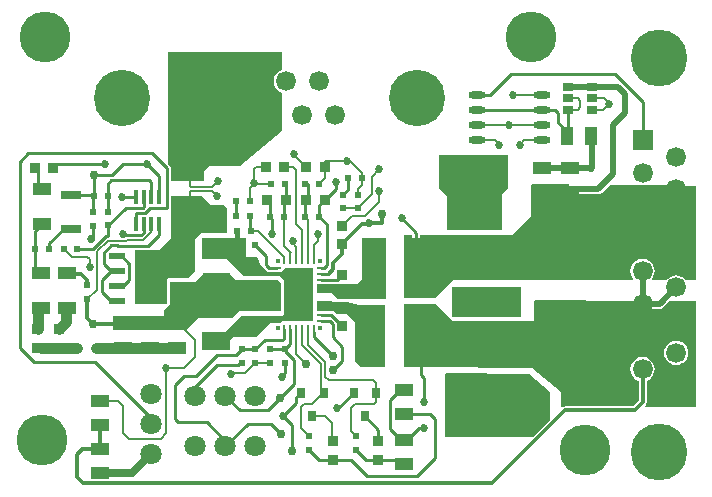
<source format=gtl>
G04*
G04 #@! TF.GenerationSoftware,Altium Limited,Altium Designer,19.0.10 (269)*
G04*
G04 Layer_Physical_Order=1*
G04 Layer_Color=255*
%FSLAX25Y25*%
%MOIN*%
G70*
G01*
G75*
%ADD12C,0.01000*%
%ADD14C,0.00800*%
%ADD17R,0.06000X0.04000*%
%ADD18R,0.03543X0.03150*%
%ADD19R,0.08000X0.06000*%
%ADD20O,0.05709X0.02362*%
%ADD21R,0.04000X0.06000*%
%ADD22R,0.01600X0.04800*%
%ADD23C,0.03000*%
%ADD24R,0.05300X0.02000*%
%ADD25R,0.03347X0.03347*%
%ADD26R,0.03347X0.03347*%
%ADD27R,0.02165X0.02165*%
%ADD28R,0.02165X0.02165*%
%ADD29R,0.02756X0.00984*%
%ADD30R,0.01476X0.01476*%
%ADD31R,0.00984X0.02756*%
%ADD32R,0.04331X0.05236*%
%ADD33R,0.07795X0.19843*%
%ADD34R,0.03740X0.03543*%
%ADD35R,0.03150X0.03543*%
%ADD36R,0.07087X0.02756*%
%ADD37R,0.05906X0.04331*%
%ADD38R,0.03543X0.03740*%
%ADD68C,0.02000*%
%ADD69C,0.01200*%
%ADD70C,0.02500*%
%ADD71C,0.01500*%
%ADD72C,0.03500*%
%ADD73C,0.16929*%
%ADD74C,0.06653*%
%ADD75R,0.06653X0.06653*%
%ADD76C,0.18740*%
%ADD77R,0.06653X0.06653*%
%ADD78C,0.06653*%
%ADD79C,0.18898*%
%ADD80C,0.07087*%
%ADD81C,0.02700*%
G36*
X79151Y141008D02*
X78422Y140706D01*
X77581Y140061D01*
X76935Y139220D01*
X76530Y138240D01*
X76391Y137189D01*
X76530Y136138D01*
X76935Y135158D01*
X77581Y134317D01*
X78422Y133672D01*
X79151Y133370D01*
Y120500D01*
X65028Y109000D01*
X54921D01*
X53142Y107221D01*
Y104042D01*
X49622D01*
Y107000D01*
X49536Y107429D01*
X49293Y107793D01*
X48929Y108036D01*
X48500Y108122D01*
X48071Y108036D01*
X47707Y107793D01*
X47464Y107429D01*
X47378Y107000D01*
Y104042D01*
X42099D01*
X42072Y104070D01*
Y108221D01*
X41979Y108689D01*
X41714Y109086D01*
X41142Y109658D01*
Y147000D01*
X79151D01*
Y141008D01*
D02*
G37*
G36*
X55509Y96000D02*
X59896D01*
X60881Y95014D01*
Y87973D01*
X60881Y86522D01*
X52044Y86522D01*
X50000Y84478D01*
X50000Y73784D01*
X47716Y71500D01*
X41162D01*
X40748Y71085D01*
Y63085D01*
X30000Y63085D01*
X30000Y80822D01*
X38132D01*
X41979Y84669D01*
Y94454D01*
X42072Y94922D01*
Y99000D01*
X47378Y99000D01*
Y96000D01*
X47464Y95571D01*
X47707Y95207D01*
X48071Y94964D01*
X48500Y94878D01*
X48929Y94964D01*
X49293Y95207D01*
X49536Y95571D01*
X49622Y96000D01*
Y99000D01*
X52509Y99000D01*
X55509Y96000D01*
D02*
G37*
G36*
X154618Y112590D02*
X154624Y112588D01*
Y101571D01*
X152500Y99447D01*
Y87854D01*
X152146Y87501D01*
X134101Y87563D01*
Y99147D01*
X131500Y101748D01*
Y112590D01*
X154618D01*
D02*
G37*
G36*
X174661Y102987D02*
X174766Y102831D01*
X174851Y102484D01*
X174042Y101676D01*
X173666Y101113D01*
X173534Y100450D01*
X173666Y99787D01*
X174042Y99224D01*
X174604Y98849D01*
X175268Y98717D01*
X175931Y98849D01*
X176493Y99224D01*
X176884Y99615D01*
X184430D01*
X185094Y99747D01*
X185656Y100122D01*
X188344Y102811D01*
X198799Y102676D01*
X199319Y102608D01*
X199746Y102664D01*
X217000Y102442D01*
X217000Y70897D01*
X213737D01*
X213372Y71372D01*
X212531Y72017D01*
X211551Y72423D01*
X210500Y72562D01*
X209449Y72423D01*
X208469Y72017D01*
X207628Y71372D01*
X207263Y70897D01*
X202680D01*
X202433Y71397D01*
X202836Y71922D01*
X203242Y72901D01*
X203380Y73953D01*
X203242Y75004D01*
X202836Y75984D01*
X202191Y76825D01*
X201350Y77470D01*
X200370Y77876D01*
X199319Y78014D01*
X198268Y77876D01*
X197288Y77470D01*
X196447Y76825D01*
X195801Y75984D01*
X195396Y75004D01*
X195257Y73953D01*
X195396Y72901D01*
X195801Y71922D01*
X196204Y71397D01*
X195958Y70897D01*
X187008D01*
X136024Y70897D01*
X130244Y65117D01*
X119748D01*
Y86000D01*
X122524D01*
Y75147D01*
X122617Y74679D01*
X122882Y74282D01*
X123279Y74016D01*
X123748Y73923D01*
X124216Y74016D01*
X124613Y74282D01*
X124878Y74679D01*
X124971Y75147D01*
Y86000D01*
X155758D01*
X162209Y92451D01*
Y102791D01*
X162565Y103142D01*
X174661Y102987D01*
D02*
G37*
G36*
X113748Y64647D02*
X97586D01*
X95637Y66596D01*
X90840D01*
Y69647D01*
X104248D01*
X105748Y71147D01*
Y85147D01*
X113748D01*
Y64647D01*
D02*
G37*
G36*
X67000Y84820D02*
X67000Y78647D01*
X70686Y78647D01*
X72236Y75659D01*
X74376Y73507D01*
X79159Y73500D01*
X80278Y75005D01*
X89490Y75005D01*
Y57289D01*
X79151D01*
X78509Y56647D01*
X75009D01*
X70509Y52147D01*
X63035D01*
X60509Y49621D01*
Y47647D01*
X52509D01*
Y53647D01*
X60509D01*
X65585Y59147D01*
X79247Y59147D01*
X79885Y59785D01*
X79885Y70771D01*
X78486Y72171D01*
X66486Y72171D01*
X60509Y78147D01*
X52509D01*
X52509Y84820D01*
X67000Y84820D01*
D02*
G37*
G36*
X158748Y58718D02*
X135873Y58718D01*
Y68647D01*
X158748D01*
X158748Y58718D01*
D02*
G37*
G36*
X197586Y64111D02*
Y63047D01*
X197717Y62384D01*
X198093Y61822D01*
X198656Y61446D01*
X199319Y61314D01*
X205047D01*
X205711Y61446D01*
X206273Y61822D01*
X208539Y64087D01*
X217000Y64069D01*
X217000Y28651D01*
X200397D01*
X200206Y29112D01*
X200307Y29214D01*
X200595Y29644D01*
X200695Y30151D01*
Y37448D01*
X201350Y37719D01*
X202191Y38364D01*
X202836Y39206D01*
X203242Y40185D01*
X203380Y41236D01*
X203242Y42287D01*
X202836Y43267D01*
X202191Y44108D01*
X201350Y44754D01*
X200370Y45159D01*
X199319Y45298D01*
X198268Y45159D01*
X197288Y44754D01*
X196447Y44108D01*
X195801Y43267D01*
X195396Y42287D01*
X195257Y41236D01*
X195396Y40185D01*
X195801Y39206D01*
X196447Y38364D01*
X197288Y37719D01*
X198045Y37405D01*
Y30700D01*
X196170Y28826D01*
X173500D01*
X172993Y28725D01*
X172882Y28651D01*
X172000D01*
Y33500D01*
X162500Y41500D01*
X126724Y41918D01*
Y50394D01*
X126630Y50863D01*
X126365Y51260D01*
X124613Y53012D01*
X124216Y53277D01*
X123748Y53370D01*
X123279Y53277D01*
X122882Y53012D01*
X122617Y52615D01*
X122524Y52147D01*
X122617Y51679D01*
X122882Y51282D01*
X124276Y49888D01*
Y42303D01*
X123921Y41951D01*
X119748Y42000D01*
Y62981D01*
X130244D01*
X136024Y57200D01*
X163000D01*
X163000Y63830D01*
X163354Y64183D01*
X197586Y64111D01*
D02*
G37*
G36*
X63498Y71311D02*
Y70897D01*
X77689Y70897D01*
X78764Y69822D01*
X78748Y60647D01*
X64748D01*
X62486Y58385D01*
X51311D01*
X47248Y54322D01*
X22748D01*
Y58822D01*
X39748D01*
Y60822D01*
X41748Y62822D01*
Y70159D01*
X50248D01*
X52748Y72659D01*
Y73322D01*
X61487D01*
X63498Y71311D01*
D02*
G37*
G36*
X96023Y63578D02*
X100840D01*
X104781Y62593D01*
X108840Y62578D01*
X113340D01*
X113340Y42078D01*
X105340D01*
X103340Y44078D01*
X103340Y57054D01*
X100679Y59716D01*
X97179D01*
X96316Y60578D01*
X90840D01*
Y64078D01*
X95523D01*
X96023Y63578D01*
D02*
G37*
G36*
X161516Y39706D02*
X168500Y33544D01*
X168500Y24374D01*
X162626Y18500D01*
X133500D01*
Y39645D01*
X133855Y39996D01*
X161516Y39706D01*
D02*
G37*
%LPC*%
G36*
X210500Y50750D02*
X209449Y50612D01*
X208469Y50206D01*
X207628Y49561D01*
X206983Y48720D01*
X206577Y47740D01*
X206438Y46689D01*
X206577Y45638D01*
X206983Y44658D01*
X207628Y43817D01*
X208469Y43172D01*
X209449Y42766D01*
X210500Y42628D01*
X211551Y42766D01*
X212531Y43172D01*
X213372Y43817D01*
X214017Y44658D01*
X214423Y45638D01*
X214562Y46689D01*
X214423Y47740D01*
X214017Y48720D01*
X213372Y49561D01*
X212531Y50206D01*
X211551Y50612D01*
X210500Y50750D01*
D02*
G37*
%LPD*%
D12*
X44623Y23500D02*
X54000D01*
X43500Y24623D02*
X44623Y23500D01*
X43500Y24623D02*
Y36000D01*
X16248Y84395D02*
Y89053D01*
X35503Y22873D02*
Y24950D01*
X16830Y43623D02*
X35503Y24950D01*
X-3554Y43623D02*
X16830D01*
X144272Y127500D02*
X165728D01*
X155500Y139500D02*
X190111D01*
X148500Y132500D02*
X155500Y139500D01*
X144272Y132500D02*
X148500D01*
X190111Y139500D02*
X199370Y130241D01*
Y116079D02*
Y130241D01*
X171000Y123500D02*
X173437Y121063D01*
Y119831D02*
Y121063D01*
Y119831D02*
X174268Y119000D01*
X171000Y123500D02*
Y126500D01*
X165728Y127500D02*
X170000D01*
X171000Y126500D01*
X174268Y119000D02*
X174563Y119295D01*
Y127760D01*
X64348Y42500D02*
X65471Y43623D01*
X25754Y48453D02*
X26248Y47959D01*
X10702Y48408D02*
X10748Y48453D01*
X35748Y113322D02*
X40849Y108221D01*
Y94922D02*
Y108221D01*
X35115Y94922D02*
X40849D01*
X22248Y104322D02*
X34748D01*
X35527Y103542D01*
X125500Y39207D02*
X126500Y38207D01*
Y30219D02*
Y38207D01*
X125500Y39207D02*
Y50394D01*
X123748Y52147D02*
X125500Y50394D01*
X19748Y79956D02*
X22282Y82490D01*
X19748Y76459D02*
Y79956D01*
X16095Y81405D02*
X20381Y85690D01*
X16095Y81405D02*
Y81459D01*
X10930D02*
X16095D01*
X22282Y82490D02*
X24110D01*
X15500Y84500D02*
X16142D01*
X16248Y84395D01*
X21150Y85690D02*
X21248Y85788D01*
X20381Y85690D02*
X21150D01*
X21248Y85788D02*
Y89159D01*
X24322Y82278D02*
X34522D01*
X24110Y82490D02*
X24322Y82278D01*
X34522D02*
X38086Y85842D01*
X2799Y109648D02*
X19967D01*
X26486Y85842D02*
X32288D01*
X26000Y86328D02*
X26486Y85842D01*
X26148Y109648D02*
X34220D01*
X22522Y106022D02*
X26148Y109648D01*
X16448Y106022D02*
X22522D01*
X38086Y98710D02*
Y105781D01*
X34220Y109648D02*
X38086Y105781D01*
X124748Y21500D02*
X126500D01*
X120895Y17647D02*
X124748Y21500D01*
X119748Y17647D02*
X120895D01*
X83900Y29833D02*
Y31830D01*
X79567Y25500D02*
X83900Y29833D01*
X54000Y23500D02*
X60248Y17252D01*
X43500Y36000D02*
X46500Y39000D01*
X82500Y14000D02*
Y22567D01*
X79567Y25500D02*
X82500Y22567D01*
X83900Y31830D02*
X85507Y33437D01*
X80048Y103147D02*
X80299Y102896D01*
Y97647D02*
Y102896D01*
X74196Y97647D02*
X75048Y96796D01*
Y92147D02*
Y96796D01*
X111248Y17198D02*
Y21062D01*
X106747Y25563D02*
X111248Y21062D01*
X97921Y28352D02*
X103007Y33437D01*
X97500Y28352D02*
X97921D01*
X60248Y32147D02*
X60531D01*
X78574Y31647D02*
X83091Y36164D01*
X79151Y38500D02*
Y39110D01*
X80148Y40106D01*
Y43347D01*
X74427Y27500D02*
X78574Y31647D01*
X65178Y27500D02*
X74427D01*
X60531Y32147D02*
X65178Y27500D01*
X80148Y47209D02*
X83091Y44266D01*
X80148Y47209D02*
Y47947D01*
X83091Y36164D02*
Y44266D01*
X80148Y47947D02*
X80248D01*
X75248D02*
X80148D01*
X57533Y42500D02*
X64348D01*
X50248Y35215D02*
X57533Y42500D01*
X50248Y32322D02*
Y35215D01*
X57500Y46000D02*
X63801D01*
X50500Y39000D02*
X57500Y46000D01*
X46500Y39000D02*
X50500D01*
X60248Y15647D02*
Y17252D01*
X63801Y46000D02*
X65748Y47947D01*
X107748Y89647D02*
X108101Y90000D01*
X115000Y30899D02*
X117557Y33456D01*
X115000Y21395D02*
Y30899D01*
Y21395D02*
X118748Y17647D01*
X130123Y11507D02*
Y24691D01*
X128358Y26456D02*
X130123Y24691D01*
X119748Y26456D02*
X128358D01*
X124262Y5647D02*
X130123Y11507D01*
X99390Y99447D02*
X101200Y101257D01*
Y105000D01*
X119000Y91500D02*
X123748Y86752D01*
Y75147D02*
Y86752D01*
X93299Y97647D02*
X97000Y101348D01*
Y103500D01*
X1548Y83259D02*
X6330Y88042D01*
X1548Y81459D02*
Y83259D01*
X6330Y88042D02*
X8748D01*
X65471Y43623D02*
X65748Y43347D01*
X92287Y75005D02*
X93150D01*
X93968Y75823D01*
Y89726D01*
X91548Y92147D02*
X93968Y89726D01*
X35503Y20500D02*
Y22873D01*
X2799Y108403D02*
Y109648D01*
X32288Y85842D02*
X32968Y86522D01*
Y89710D01*
X-2095Y101364D02*
Y107194D01*
X-3304Y108403D02*
X-2095Y107194D01*
Y101364D02*
X-752D01*
X15936Y99459D02*
X16448Y98947D01*
X8748Y99459D02*
X15936D01*
X16448Y98947D02*
Y106022D01*
X35527Y98710D02*
Y103542D01*
X21048Y103122D02*
X22248Y104322D01*
X21048Y98947D02*
Y103122D01*
X-5389Y113322D02*
X35748D01*
X32968Y95179D02*
Y98710D01*
X32799Y95010D02*
X32968Y95179D01*
X27099Y95010D02*
X32799D01*
X30409Y93310D02*
X33503D01*
X35115Y94922D01*
X-8252Y48322D02*
X-3554Y43623D01*
X-8252Y110459D02*
X-5389Y113322D01*
X-8252Y48322D02*
Y110459D01*
X30409Y89710D02*
Y93310D01*
X21248Y89159D02*
X27099Y95010D01*
X107548Y5647D02*
X124262D01*
X102142Y11052D02*
X107548Y5647D01*
X96248Y11052D02*
X102142D01*
X75048Y92147D02*
X75748Y91447D01*
Y86328D02*
Y91447D01*
X26448Y98710D02*
X30409D01*
X35268Y98969D02*
X35527Y98710D01*
X16248Y98747D02*
X16448Y98947D01*
X16248Y93653D02*
Y98747D01*
X21048Y93959D02*
X21248Y93759D01*
X21048Y93959D02*
Y98947D01*
X81830Y80202D02*
X81854D01*
X79648Y92147D02*
X80148Y91647D01*
X38086Y85842D02*
Y89710D01*
X-3052Y81459D02*
Y87253D01*
X-752Y89553D01*
X-3052Y75164D02*
Y81459D01*
Y75164D02*
X-1252Y73364D01*
X-1304Y48459D02*
X-1252Y48408D01*
X79846Y92854D02*
Y97606D01*
X19748Y76459D02*
X22248Y73959D01*
X24098D01*
X19248Y70959D02*
X22248Y73959D01*
X19248Y66897D02*
Y70959D01*
Y66897D02*
X22186Y63959D01*
X24098D01*
Y78959D02*
X25748D01*
X28248Y76459D01*
Y70959D02*
Y76459D01*
X26248Y68959D02*
X28248Y70959D01*
X24098Y68959D02*
X26248D01*
X117557Y33456D02*
X118748D01*
X119748Y34456D01*
X118748Y17647D02*
X119748D01*
X68548Y87563D02*
Y92481D01*
X73748Y75910D02*
Y79030D01*
X70130Y82647D02*
X73748Y79030D01*
X118299Y11096D02*
X119748Y9647D01*
X111248Y11096D02*
X118299D01*
X91548Y92147D02*
Y95896D01*
X93299Y97647D01*
X92287Y73037D02*
X94688D01*
X97618Y71068D02*
X99248Y72698D01*
X92287Y71068D02*
X97618D01*
X95586Y59257D02*
X99248Y55596D01*
X92287Y59257D02*
X95586D01*
X92287Y57289D02*
X95110D01*
X96074Y56324D01*
Y53264D02*
Y56324D01*
X96287Y41147D02*
X99248Y44107D01*
Y48713D01*
X96112Y51849D02*
X99248Y48713D01*
X96112Y51849D02*
Y53226D01*
X96074Y53264D02*
X96112Y53226D01*
X89759Y51999D02*
Y53647D01*
Y51999D02*
X96112Y45647D01*
X111248Y17198D02*
X111622Y17572D01*
X95931Y17472D02*
X96248Y17155D01*
X91542Y11052D02*
X96248D01*
X88248Y14347D02*
X91542Y11052D01*
X106999Y11096D02*
X111248D01*
X103748Y14347D02*
X106999Y11096D01*
X63948Y92481D02*
Y97481D01*
X74652Y75005D02*
X77326D01*
X73748Y75910D02*
X74652Y75005D01*
X87448Y103147D02*
X87696Y102898D01*
Y97647D02*
Y102898D01*
X86948Y96898D02*
X87696Y97647D01*
X86948Y92147D02*
Y96898D01*
X80299Y102898D02*
X80548Y103147D01*
X80248Y47947D02*
X81854Y49553D01*
Y54729D01*
X79885Y51522D02*
Y54729D01*
X65748Y47947D02*
X70248D01*
X73448Y51147D01*
X79510D01*
X79885Y51522D01*
X75326Y23147D02*
X78826Y19647D01*
X67748Y23147D02*
X75326D01*
X60248Y15647D02*
X67748Y23147D01*
D14*
X40623Y19822D02*
Y41500D01*
X18500Y30500D02*
X24322D01*
X26000Y28822D01*
Y20046D02*
Y28822D01*
Y20046D02*
X28046Y18000D01*
X38801D01*
X40623Y19822D01*
X159921Y117500D02*
X165728D01*
X158500Y116079D02*
X159921Y117500D01*
X144272D02*
X150000D01*
X151500Y116000D01*
X48500Y100507D02*
X55943D01*
X57450Y99000D01*
X57500D01*
X55670Y102007D02*
X57662Y104000D01*
X48720Y102007D02*
X55670D01*
X48500Y102228D02*
X48720Y102007D01*
X48500Y96000D02*
Y100507D01*
Y102228D02*
Y107000D01*
X57500Y98500D02*
Y99000D01*
X156000Y132500D02*
X165728D01*
X144272Y122500D02*
X154750D01*
X165728D01*
X177740Y127760D02*
X178500Y128520D01*
X174563Y127760D02*
X177740D01*
X177632Y131500D02*
X178500Y130632D01*
Y128520D02*
Y130632D01*
X174563Y131500D02*
X177632D01*
X186457D02*
X188228Y129729D01*
X182437Y131500D02*
X186457D01*
X186258Y127760D02*
X188228Y129729D01*
X182437Y127760D02*
X186258D01*
X93299Y110500D02*
X100748D01*
X105748Y102581D02*
Y106499D01*
X68500Y101769D02*
X69877Y103147D01*
X93299Y108647D02*
Y110500D01*
X71008Y87481D02*
X79862Y78626D01*
X68630Y87481D02*
X71008D01*
X68500Y97647D02*
Y101769D01*
X27015Y83878D02*
X27379Y84242D01*
X24985Y83878D02*
X27015D01*
X24773Y84090D02*
X24985Y83878D01*
X21043Y84090D02*
X24773D01*
X17450Y67800D02*
Y80497D01*
X14248Y64597D02*
X17450Y67800D01*
Y80497D02*
X21043Y84090D01*
X27379Y84242D02*
X32951D01*
X35527Y86818D01*
Y89710D01*
X40623Y41500D02*
X46500D01*
X50248Y45248D01*
X104390Y101223D02*
X105748Y102581D01*
X104390Y99447D02*
Y101223D01*
X101747Y110500D02*
X105748Y106499D01*
X83822Y46178D02*
X87000Y43000D01*
X83822Y46178D02*
Y54729D01*
X95931Y17472D02*
Y23221D01*
X93589Y25563D02*
X95931Y23221D01*
X89248Y25563D02*
X93589D01*
X109768Y29500D02*
X110487Y30219D01*
X103311Y29500D02*
X109768D01*
X102000Y28189D02*
X103311Y29500D01*
X102000Y20695D02*
Y28189D01*
Y20695D02*
X103748Y18947D01*
X110487Y30219D02*
Y33437D01*
X85500Y21695D02*
X88248Y18947D01*
X85500Y21695D02*
Y28500D01*
X86500Y29500D01*
X88990D01*
X92927Y33437D01*
X92988D01*
X93487Y38702D02*
Y43660D01*
X87759Y49387D02*
X93487Y43660D01*
X87759Y49387D02*
Y54729D01*
X110487Y33437D02*
Y36513D01*
X109500Y37500D02*
X110487Y36513D01*
X94688Y37500D02*
X109500D01*
X93487Y38702D02*
X94688Y37500D01*
X91987Y34438D02*
Y43013D01*
X85791Y49209D02*
X91987Y43013D01*
Y34438D02*
X92988Y33437D01*
X85791Y49209D02*
Y54729D01*
X50248Y45248D02*
Y51000D01*
X44789Y56459D02*
X50248Y51000D01*
X44248Y56459D02*
X44789D01*
X66901Y40000D02*
X70248Y43347D01*
X63122Y40000D02*
X66901D01*
X62522Y39400D02*
X63122Y40000D01*
X70248Y43347D02*
X75248D01*
X109172Y105397D02*
X111622Y107847D01*
X109172Y99629D02*
Y105397D01*
X104390Y94847D02*
X109172Y99629D01*
X111622Y97122D02*
Y100507D01*
X106747Y92247D02*
X111622Y97122D01*
X102443Y92247D02*
X106747D01*
X100748Y110500D02*
X101747D01*
X99390Y94847D02*
X104390D01*
X99248Y89051D02*
X102443Y92247D01*
X15000Y75785D02*
Y77822D01*
X14175Y78647D02*
X15000Y77822D01*
X9142Y78647D02*
X14175D01*
X6330Y81459D02*
X9142Y78647D01*
X91528Y103147D02*
X93299Y104918D01*
Y108647D01*
X83248Y112596D02*
Y113147D01*
Y112596D02*
X87196Y108647D01*
X70548D02*
X73696D01*
X69748Y107847D02*
X70548Y108647D01*
X69748Y103277D02*
Y107847D01*
Y103277D02*
X69877Y103147D01*
X75448D01*
X83748Y89573D02*
Y107647D01*
X79799Y108647D02*
X82748D01*
X83748Y107647D01*
Y89573D02*
X85791Y87529D01*
Y77564D02*
Y87529D01*
X82748Y83178D02*
Y83912D01*
X82732Y83162D02*
X82748Y83178D01*
X91248Y84147D02*
Y86328D01*
X89728Y82627D02*
X91248Y84147D01*
X89728Y77564D02*
Y82627D01*
X86948Y92147D02*
X87759Y91335D01*
Y77564D02*
Y91335D01*
X82732Y83162D02*
X83822Y82072D01*
X79648Y82385D02*
X81830Y80202D01*
X81854Y77564D02*
Y80202D01*
X79648Y82385D02*
Y92147D01*
X83822Y77564D02*
Y82072D01*
D17*
X18500Y22500D02*
D03*
Y30500D02*
D03*
Y6500D02*
D03*
Y14500D02*
D03*
X175268Y108450D02*
D03*
Y100450D02*
D03*
X165768Y108450D02*
D03*
Y100450D02*
D03*
X67248Y62647D02*
D03*
Y54647D02*
D03*
Y76647D02*
D03*
Y68647D02*
D03*
X26248Y56459D02*
D03*
Y48459D02*
D03*
X35248D02*
D03*
Y56459D02*
D03*
X44248D02*
D03*
Y48459D02*
D03*
X119748Y17647D02*
D03*
Y9647D02*
D03*
Y34456D02*
D03*
Y26456D02*
D03*
D18*
X182437Y127760D02*
D03*
Y131500D02*
D03*
Y135240D02*
D03*
X174563D02*
D03*
Y131500D02*
D03*
Y127760D02*
D03*
D19*
X48500Y96000D02*
D03*
Y107000D02*
D03*
X57748Y61647D02*
D03*
Y50647D02*
D03*
Y70159D02*
D03*
Y81159D02*
D03*
X138248Y79647D02*
D03*
Y90647D02*
D03*
X148248Y79647D02*
D03*
Y90647D02*
D03*
X137748Y47647D02*
D03*
Y36647D02*
D03*
X147748Y47647D02*
D03*
Y36647D02*
D03*
D20*
X165728Y117500D02*
D03*
Y122500D02*
D03*
Y127500D02*
D03*
Y132500D02*
D03*
X144272Y117500D02*
D03*
Y122500D02*
D03*
Y127500D02*
D03*
Y132500D02*
D03*
D21*
X182268Y119000D02*
D03*
X174268D02*
D03*
D22*
X38086Y89710D02*
D03*
X35527D02*
D03*
X32968D02*
D03*
X30409D02*
D03*
Y98710D02*
D03*
X32968D02*
D03*
X35527D02*
D03*
X38086D02*
D03*
D23*
X156248Y63647D02*
D03*
Y54647D02*
D03*
Y72647D02*
D03*
X16448Y106022D02*
D03*
X16095Y56459D02*
D03*
X82500Y14000D02*
D03*
X112500Y92998D02*
D03*
X78826Y19647D02*
D03*
X96287Y41147D02*
D03*
X87000Y43000D02*
D03*
X96112Y45647D02*
D03*
X78574Y31647D02*
D03*
D24*
X24098Y78959D02*
D03*
Y73959D02*
D03*
Y68959D02*
D03*
Y63959D02*
D03*
X44398D02*
D03*
Y68959D02*
D03*
Y73959D02*
D03*
Y78959D02*
D03*
D25*
X99248Y82949D02*
D03*
Y89051D02*
D03*
Y72698D02*
D03*
Y66596D02*
D03*
Y55596D02*
D03*
Y61698D02*
D03*
X137748Y72698D02*
D03*
Y66596D02*
D03*
X147748Y72698D02*
D03*
Y66596D02*
D03*
X137748Y54596D02*
D03*
Y60698D02*
D03*
X147748Y54596D02*
D03*
Y60698D02*
D03*
D26*
X93299Y97647D02*
D03*
X87196D02*
D03*
X74196D02*
D03*
X80299D02*
D03*
X79799Y108647D02*
D03*
X73696D02*
D03*
X87196D02*
D03*
X93299D02*
D03*
D27*
X63948Y92481D02*
D03*
X68548D02*
D03*
X64030Y87481D02*
D03*
X68630D02*
D03*
X79648Y92147D02*
D03*
X75048D02*
D03*
X86948D02*
D03*
X91548D02*
D03*
X75448Y103147D02*
D03*
X80048D02*
D03*
X91528D02*
D03*
X86928D02*
D03*
X68448Y97481D02*
D03*
X63848D02*
D03*
X105800Y105000D02*
D03*
X101200D02*
D03*
X21048Y98947D02*
D03*
X16448D02*
D03*
X-3052Y81459D02*
D03*
X1548D02*
D03*
X6330D02*
D03*
X10930D02*
D03*
X65530Y82647D02*
D03*
X70130D02*
D03*
D28*
X99390Y99447D02*
D03*
Y94847D02*
D03*
X104390Y99447D02*
D03*
Y94847D02*
D03*
X75248Y47947D02*
D03*
Y43347D02*
D03*
X70248Y47947D02*
D03*
Y43347D02*
D03*
X65748D02*
D03*
Y47947D02*
D03*
X80148Y43347D02*
D03*
Y47947D02*
D03*
X103748Y14347D02*
D03*
Y18947D02*
D03*
X88248Y14347D02*
D03*
Y18947D02*
D03*
X21248Y89159D02*
D03*
Y93759D02*
D03*
X14248Y69197D02*
D03*
Y64597D02*
D03*
X16248Y89053D02*
D03*
Y93653D02*
D03*
D29*
X77326Y75005D02*
D03*
Y73037D02*
D03*
Y69100D02*
D03*
Y67131D02*
D03*
Y63194D02*
D03*
Y61226D02*
D03*
Y57289D02*
D03*
X92287D02*
D03*
Y59257D02*
D03*
Y61226D02*
D03*
Y63194D02*
D03*
Y67131D02*
D03*
Y69100D02*
D03*
Y71068D02*
D03*
Y73037D02*
D03*
Y75005D02*
D03*
D30*
X77671Y77220D02*
D03*
X91943D02*
D03*
Y55074D02*
D03*
X77671D02*
D03*
D31*
X79885Y54729D02*
D03*
X81854D02*
D03*
X83822D02*
D03*
X85791D02*
D03*
X87759D02*
D03*
X89728D02*
D03*
Y77564D02*
D03*
X87759D02*
D03*
X85791D02*
D03*
X83822D02*
D03*
X81854D02*
D03*
X79885D02*
D03*
D32*
X82248Y66147D02*
D03*
X87366D02*
D03*
X82248Y72171D02*
D03*
X87366D02*
D03*
X82248Y60123D02*
D03*
X87366D02*
D03*
D33*
X123748Y52147D02*
D03*
X109748D02*
D03*
Y75147D02*
D03*
X123748D02*
D03*
D34*
X111248Y11096D02*
D03*
Y17198D02*
D03*
X96248Y11052D02*
D03*
Y17155D02*
D03*
X4748Y54510D02*
D03*
Y48408D02*
D03*
X-2500Y54551D02*
D03*
Y48449D02*
D03*
D35*
X110487Y33437D02*
D03*
X103007D02*
D03*
X106747Y25563D02*
D03*
X92988Y33437D02*
D03*
X85507D02*
D03*
X89248Y25563D02*
D03*
D36*
X8748Y99459D02*
D03*
Y88042D02*
D03*
D37*
X7500Y73405D02*
D03*
Y61594D02*
D03*
X-1252Y73364D02*
D03*
Y61553D02*
D03*
X-752Y89553D02*
D03*
Y101364D02*
D03*
D38*
X-3304Y108403D02*
D03*
X2799D02*
D03*
D68*
X205047Y63047D02*
X210500Y68500D01*
X199319Y63047D02*
X205047D01*
X199319D02*
Y73953D01*
X184430Y101348D02*
X189500Y106418D01*
X176166Y101348D02*
X184430D01*
X175268Y100450D02*
X176166Y101348D01*
X189500Y106418D02*
Y122500D01*
X193625Y126625D01*
Y132875D01*
X191260Y135240D02*
X193625Y132875D01*
X182437Y135240D02*
X191260D01*
X174563D02*
X182437D01*
X182268Y119000D02*
X182450Y118818D01*
Y108450D02*
Y118818D01*
X175268Y108450D02*
X182450D01*
X165768D02*
X175268D01*
D69*
X196719Y27500D02*
X199370Y30151D01*
Y39740D01*
X173500Y27500D02*
X196719D01*
X149200Y3200D02*
X173500Y27500D01*
X12800Y3200D02*
X149200D01*
X10702Y5298D02*
X12800Y3200D01*
X10702Y5298D02*
Y12656D01*
X12547Y14500D01*
X18500D01*
Y22500D01*
X112500Y90000D02*
Y92998D01*
X112500Y90000D02*
X112500Y90000D01*
X108101Y90000D02*
X112500D01*
X105946Y89647D02*
X107748D01*
X99248Y82949D02*
X105946Y89647D01*
X16095Y56459D02*
X26248D01*
X14248Y58307D02*
X16095Y56459D01*
X14248Y58307D02*
Y64597D01*
Y69197D02*
Y70899D01*
X12231Y72916D02*
X14248Y70899D01*
X7248Y72916D02*
X12231D01*
X99248Y79500D02*
Y82949D01*
X96274Y76527D02*
X99248Y79500D01*
X96274Y74622D02*
Y76527D01*
X94688Y73037D02*
X96274Y74622D01*
D70*
X29130Y6500D02*
X35503Y12873D01*
X18500Y6500D02*
X29130D01*
D71*
X64061Y82475D02*
Y87475D01*
D72*
X35748Y48453D02*
X44254D01*
X26748D02*
X35254D01*
X7248Y57010D02*
Y61105D01*
X4748Y54510D02*
X7248Y57010D01*
X-2252Y54510D02*
Y61553D01*
X17248Y48453D02*
X25754D01*
X4748Y48408D02*
X10702D01*
X-1252D02*
X4748D01*
D73*
X180000Y14347D02*
D03*
X162000Y152000D02*
D03*
X0D02*
D03*
X-752Y17793D02*
D03*
D74*
X96811Y126008D02*
D03*
X91358Y137189D02*
D03*
X85905Y126008D02*
D03*
X80453Y137189D02*
D03*
X75000Y126008D02*
D03*
X69547Y137189D02*
D03*
X64095Y126008D02*
D03*
X58642Y137189D02*
D03*
D75*
X53189Y126008D02*
D03*
D76*
X25807Y131598D02*
D03*
X124193D02*
D03*
D77*
X199319Y117575D02*
D03*
D78*
X210500Y112122D02*
D03*
X199319Y106669D02*
D03*
X210500Y101216D02*
D03*
X199319Y95764D02*
D03*
X210500Y90311D02*
D03*
X199319Y84858D02*
D03*
X210500Y79405D02*
D03*
X199319Y73953D02*
D03*
X210500Y68500D02*
D03*
X199319Y63047D02*
D03*
X210500Y57595D02*
D03*
X199319Y52142D02*
D03*
X210500Y46689D02*
D03*
X199319Y41236D02*
D03*
D79*
X204909Y144996D02*
D03*
Y13815D02*
D03*
D80*
X70248Y15647D02*
D03*
X60248D02*
D03*
X50248D02*
D03*
X70248Y32322D02*
D03*
X60248D02*
D03*
X50248D02*
D03*
X35503Y32873D02*
D03*
Y22873D02*
D03*
Y12873D02*
D03*
D81*
X57268Y50766D02*
D03*
X67268Y55266D02*
D03*
Y76266D02*
D03*
X57536Y81172D02*
D03*
X67268Y68266D02*
D03*
Y62766D02*
D03*
X57768Y69766D02*
D03*
Y61266D02*
D03*
X44268Y56266D02*
D03*
X35268D02*
D03*
X26268D02*
D03*
X44768Y61766D02*
D03*
Y67266D02*
D03*
X43600Y118122D02*
D03*
X49848D02*
D03*
X56100D02*
D03*
X61848Y118043D02*
D03*
X58248Y89159D02*
D03*
X44398D02*
D03*
X51500D02*
D03*
X61848Y113043D02*
D03*
X56100Y113122D02*
D03*
X49848D02*
D03*
X43600D02*
D03*
X158500Y116079D02*
D03*
X151500Y116000D02*
D03*
X57500Y99000D02*
D03*
X57662Y104000D02*
D03*
X156000Y132500D02*
D03*
X154750Y122500D02*
D03*
X188228Y129729D02*
D03*
X181980Y108403D02*
D03*
X15500Y84500D02*
D03*
X26000Y86328D02*
D03*
X34220Y109648D02*
D03*
X40623Y41500D02*
D03*
X79567Y25500D02*
D03*
X79151Y38500D02*
D03*
X62150Y39706D02*
D03*
X111622Y100507D02*
D03*
Y107847D02*
D03*
X108101Y90000D02*
D03*
X126500Y30219D02*
D03*
Y21500D02*
D03*
X119000Y91500D02*
D03*
X97000Y103500D02*
D03*
X157748Y28352D02*
D03*
X165248D02*
D03*
X157748Y22176D02*
D03*
X100748Y110500D02*
D03*
X15000Y75433D02*
D03*
X19967Y109648D02*
D03*
X97500Y28352D02*
D03*
X135748Y108403D02*
D03*
X143248D02*
D03*
X150748D02*
D03*
X135748Y102228D02*
D03*
X143248D02*
D03*
X150748D02*
D03*
X150248Y22403D02*
D03*
X142748D02*
D03*
X135248D02*
D03*
X150248Y28578D02*
D03*
X142748D02*
D03*
X135248D02*
D03*
X137748Y64084D02*
D03*
X147748D02*
D03*
X38268Y67266D02*
D03*
X32268D02*
D03*
Y79110D02*
D03*
Y73360D02*
D03*
X38548D02*
D03*
Y79110D02*
D03*
X83248Y113147D02*
D03*
X69748Y103277D02*
D03*
X82748Y83912D02*
D03*
X75748Y86328D02*
D03*
X91248D02*
D03*
X25748Y98597D02*
D03*
X17248Y48453D02*
D03*
X10748Y48409D02*
D03*
X82248Y64147D02*
D03*
X87448D02*
D03*
X87366Y60123D02*
D03*
X82248D02*
D03*
X82311Y68828D02*
D03*
X87311D02*
D03*
Y72328D02*
D03*
X82311D02*
D03*
X142748Y64078D02*
D03*
M02*

</source>
